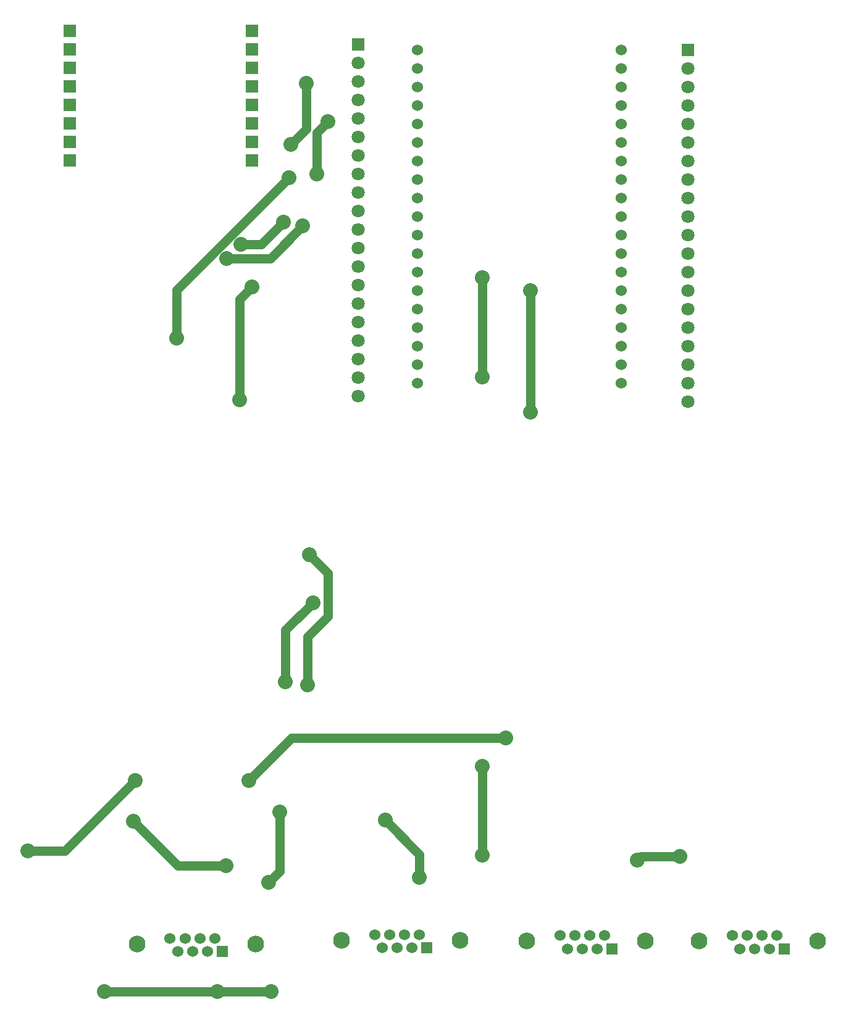
<source format=gtl>
G04 Layer: TopLayer*
G04 EasyEDA v6.5.51, 2025-11-17 10:52:57*
G04 3e288904024a45bc9db40e04d1f5bb92,1baaa656111f43739499d1d4c9c00a24,10*
G04 Gerber Generator version 0.2*
G04 Scale: 100 percent, Rotated: No, Reflected: No *
G04 Dimensions in inches *
G04 leading zeros omitted , absolute positions ,3 integer and 6 decimal *
%FSLAX36Y36*%
%MOIN*%

%AMMACRO1*21,1,$1,$2,0,0,$3*%
%ADD10C,0.0500*%
%ADD11R,0.0709X0.0709*%
%ADD12C,0.0709*%
%ADD13C,0.0906*%
%ADD14C,0.0600*%
%ADD15C,0.0184*%
%ADD16MACRO1,0.06X0.06X0.0000*%
%ADD17R,0.0700X0.0700*%
%ADD18C,0.0800*%

%LPD*%
D10*
X1540000Y-2465000D02*
G01*
X1280000Y-2465000D01*
X1040000Y-2225000D01*
X3185000Y-15000D02*
G01*
X3185000Y640000D01*
X1665000Y-2005000D02*
G01*
X1895000Y-1775000D01*
X3050000Y-1775000D01*
X470000Y-2385000D02*
G01*
X670000Y-2385000D01*
X1050000Y-2005000D01*
X1495000Y-3145000D02*
G01*
X885000Y-3145000D01*
X2925000Y175000D02*
G01*
X2925000Y710000D01*
X2925000Y-2410000D02*
G01*
X2925000Y-1930000D01*
X2030000Y1270000D02*
G01*
X2030000Y1495000D01*
X2090000Y1555000D01*
X1620000Y890000D02*
G01*
X1730000Y890000D01*
X1850000Y1010000D01*
X1615000Y50000D02*
G01*
X1615000Y595000D01*
X1680000Y660000D01*
X1890000Y1430000D02*
G01*
X1975000Y1515000D01*
X1975000Y1760000D01*
X1275000Y385000D02*
G01*
X1275000Y645000D01*
X1880000Y1250000D01*
X1980000Y-1490000D02*
G01*
X1980000Y-1230000D01*
X2090000Y-1120000D01*
X2090000Y-885000D01*
X1990000Y-785000D01*
X1980000Y-1490000D02*
G01*
X1980000Y-1230000D01*
X2090000Y-1120000D01*
X1860330Y-1474670D02*
G01*
X1860330Y-1194670D01*
X2010000Y-1045000D01*
X1770000Y-2555000D02*
G01*
X1830000Y-2495000D01*
X1830000Y-2175900D01*
X2585389Y-2530000D02*
G01*
X2585389Y-2405390D01*
X2400000Y-2220000D01*
X1495000Y-3145000D02*
G01*
X1785000Y-3145000D01*
X1545000Y815000D02*
G01*
X1780000Y815000D01*
X1953521Y988521D01*
X3760000Y-2435000D02*
G01*
X3780000Y-2415000D01*
X3990000Y-2415000D01*
D11*
G01*
X2255000Y1970000D03*
D12*
G01*
X2255000Y1870000D03*
G01*
X2255000Y1770000D03*
G01*
X2255000Y1670000D03*
G01*
X2255000Y1570000D03*
G01*
X2255000Y1470000D03*
G01*
X2255000Y1370000D03*
G01*
X2255000Y1270000D03*
G01*
X2255000Y1170000D03*
G01*
X2255000Y1070000D03*
G01*
X2255000Y970000D03*
G01*
X2255000Y870000D03*
G01*
X2255000Y770000D03*
G01*
X2255000Y670000D03*
G01*
X2255000Y570000D03*
G01*
X2255000Y470000D03*
G01*
X2255000Y370000D03*
G01*
X2255000Y270000D03*
G01*
X2255000Y170000D03*
G01*
X2255000Y70000D03*
D11*
G01*
X4035000Y1940000D03*
D12*
G01*
X4035000Y1840000D03*
G01*
X4035000Y1740000D03*
G01*
X4035000Y1640000D03*
G01*
X4035000Y1540000D03*
G01*
X4035000Y1440000D03*
G01*
X4035000Y1340000D03*
G01*
X4035000Y1240000D03*
G01*
X4035000Y1140000D03*
G01*
X4035000Y1040000D03*
G01*
X4035000Y940000D03*
G01*
X4035000Y840000D03*
G01*
X4035000Y740000D03*
G01*
X4035000Y640000D03*
G01*
X4035000Y540000D03*
G01*
X4035000Y440000D03*
G01*
X4035000Y340000D03*
G01*
X4035000Y240000D03*
G01*
X4035000Y140000D03*
G01*
X4035000Y40000D03*
D13*
G01*
X1700079Y-2889879D03*
G01*
X1059920Y-2889879D03*
D14*
G01*
X1239449Y-2859960D03*
G01*
X1279610Y-2930039D03*
G01*
X1319759Y-2859960D03*
G01*
X1359920Y-2930039D03*
G01*
X1400079Y-2859960D03*
G01*
X1440240Y-2930039D03*
G01*
X1480389Y-2859960D03*
D16*
G01*
X1520550Y-2930043D03*
D13*
G01*
X2805079Y-2869879D03*
G01*
X2164920Y-2869879D03*
D14*
G01*
X2344449Y-2839960D03*
G01*
X2384610Y-2910039D03*
G01*
X2424759Y-2839960D03*
G01*
X2464920Y-2910039D03*
G01*
X2505079Y-2839960D03*
G01*
X2545240Y-2910039D03*
G01*
X2585389Y-2839960D03*
D16*
G01*
X2625550Y-2910043D03*
D13*
G01*
X3805079Y-2874879D03*
G01*
X3164920Y-2874879D03*
D14*
G01*
X3344449Y-2844960D03*
G01*
X3384610Y-2915039D03*
G01*
X3424759Y-2844960D03*
G01*
X3464920Y-2915039D03*
G01*
X3505079Y-2844960D03*
G01*
X3545240Y-2915039D03*
G01*
X3585389Y-2844960D03*
D16*
G01*
X3625550Y-2915043D03*
D13*
G01*
X4735079Y-2874879D03*
G01*
X4094920Y-2874879D03*
D14*
G01*
X4274449Y-2844960D03*
G01*
X4314610Y-2915039D03*
G01*
X4354759Y-2844960D03*
G01*
X4394920Y-2915039D03*
G01*
X4435079Y-2844960D03*
G01*
X4475240Y-2915039D03*
G01*
X4515389Y-2844960D03*
D16*
G01*
X4555550Y-2915043D03*
D14*
G01*
X2575000Y1940000D03*
G01*
X2575000Y1840000D03*
G01*
X2575000Y1740000D03*
G01*
X2575000Y1640000D03*
G01*
X2575000Y1540000D03*
G01*
X2575000Y1440000D03*
G01*
X2575000Y1340000D03*
G01*
X2575000Y1240000D03*
G01*
X2575000Y1140000D03*
G01*
X2575000Y1040000D03*
G01*
X2575000Y940000D03*
G01*
X2575000Y840000D03*
G01*
X2575000Y740000D03*
G01*
X2575000Y640000D03*
G01*
X2575000Y540000D03*
G01*
X2575000Y440000D03*
G01*
X2575000Y340000D03*
G01*
X2575000Y240000D03*
G01*
X2575000Y140000D03*
G01*
X3675000Y140000D03*
G01*
X3675000Y240000D03*
G01*
X3675000Y340000D03*
G01*
X3675000Y440000D03*
G01*
X3675000Y540000D03*
G01*
X3675000Y640000D03*
G01*
X3675000Y740000D03*
G01*
X3675000Y840000D03*
G01*
X3675000Y940000D03*
G01*
X3675000Y1040000D03*
G01*
X3675000Y1140000D03*
G01*
X3675000Y1240000D03*
G01*
X3675000Y1340000D03*
G01*
X3675000Y1440000D03*
G01*
X3675000Y1540000D03*
G01*
X3675000Y1640000D03*
G01*
X3675000Y1740000D03*
G01*
X3675000Y1840000D03*
G01*
X3675000Y1940000D03*
D17*
G01*
X697500Y2045000D03*
G01*
X697500Y1945000D03*
G01*
X697500Y1845000D03*
G01*
X697500Y1745000D03*
G01*
X697500Y1645000D03*
G01*
X697500Y1545000D03*
G01*
X697500Y1445000D03*
G01*
X697500Y1345000D03*
G01*
X1682500Y2045000D03*
G01*
X1682500Y1945000D03*
G01*
X1682500Y1845000D03*
G01*
X1682500Y1745000D03*
G01*
X1682500Y1645000D03*
G01*
X1682500Y1545000D03*
G01*
X1682500Y1445000D03*
G01*
X1682500Y1345000D03*
D18*
G01*
X1545000Y815000D03*
G01*
X1953519Y988519D03*
G01*
X1495000Y-3145000D03*
G01*
X1785000Y-3145000D03*
G01*
X2585389Y-2530000D03*
G01*
X2400000Y-2220000D03*
G01*
X1770000Y-2555000D03*
G01*
X1830000Y-2175900D03*
G01*
X1860330Y-1474670D03*
G01*
X1980000Y-1490000D03*
G01*
X2010000Y-1045000D03*
G01*
X1990000Y-785000D03*
G01*
X1275000Y385000D03*
G01*
X1880000Y1250000D03*
G01*
X1890000Y1430000D03*
G01*
X1975000Y1760000D03*
G01*
X1615000Y50000D03*
G01*
X1680000Y660000D03*
G01*
X1620000Y890000D03*
G01*
X1850000Y1010000D03*
G01*
X2030000Y1270000D03*
G01*
X2090000Y1555000D03*
G01*
X2925000Y-2410000D03*
G01*
X2925000Y-1930000D03*
G01*
X2925000Y175000D03*
G01*
X2925000Y710000D03*
G01*
X885000Y-3145000D03*
G01*
X470000Y-2385000D03*
G01*
X1050000Y-2005000D03*
G01*
X1665000Y-2005000D03*
G01*
X3050000Y-1775000D03*
G01*
X3185000Y-15000D03*
G01*
X3185000Y640000D03*
G01*
X1540000Y-2465000D03*
G01*
X1040000Y-2225000D03*
G01*
X3760000Y-2435000D03*
G01*
X3990000Y-2415000D03*
M02*

</source>
